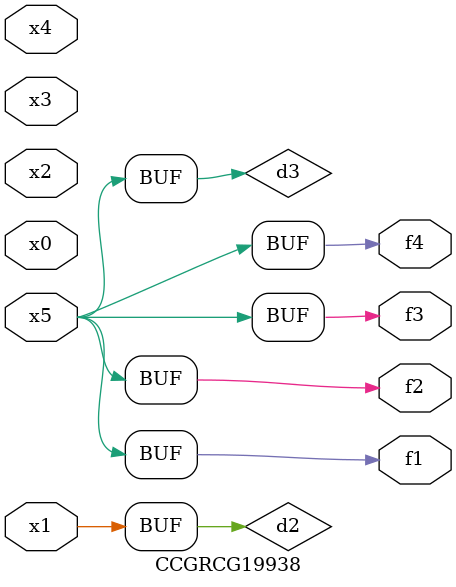
<source format=v>
module CCGRCG19938(
	input x0, x1, x2, x3, x4, x5,
	output f1, f2, f3, f4
);

	wire d1, d2, d3;

	not (d1, x5);
	or (d2, x1);
	xnor (d3, d1);
	assign f1 = d3;
	assign f2 = d3;
	assign f3 = d3;
	assign f4 = d3;
endmodule

</source>
